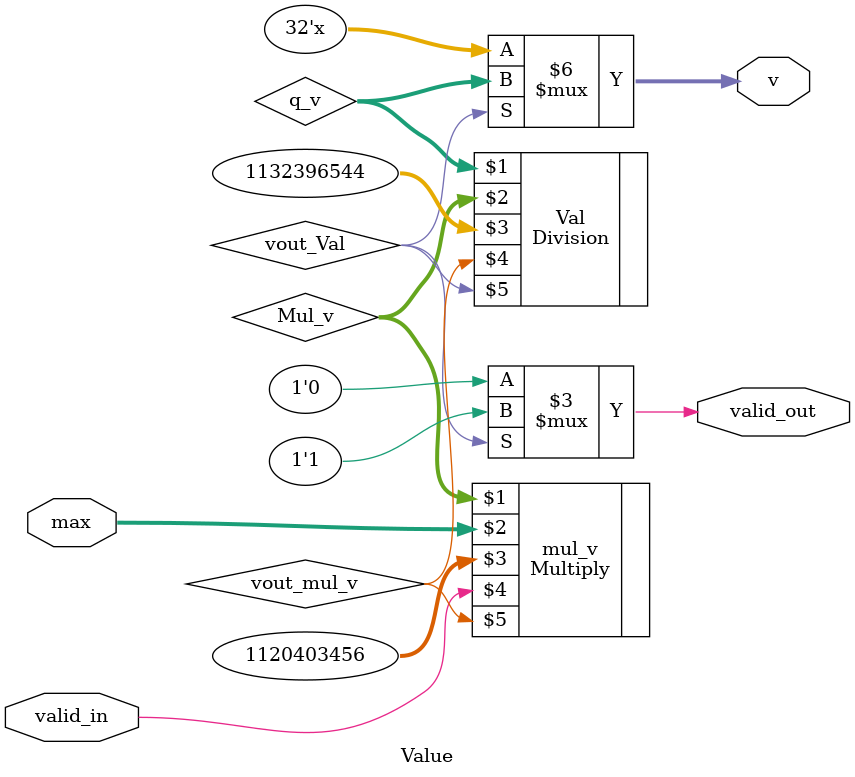
<source format=v>
module Value (v, max, valid_in, valid_out);

input [31:0] max;
input valid_in;
output reg valid_out;
output reg [31:0] v;

wire [31:0] Mul_v, q_v;
wire vout_mul_v, vout_Val;
//----------------------------------------||
//----------------- Tim v ----------------||
// v = max * 100 / 255;
Multiply mul_v (Mul_v, max, 32'h42c80000, valid_in, vout_mul_v);
Division Val (q_v, Mul_v, 32'h437f0000, vout_mul_v, vout_Val);
//------------------------------------------------------------------------\\

always @(*) begin 
	valid_out = 0;
	if (vout_Val) begin 
		v = q_v;
		valid_out = 1;
	end
end

endmodule

</source>
